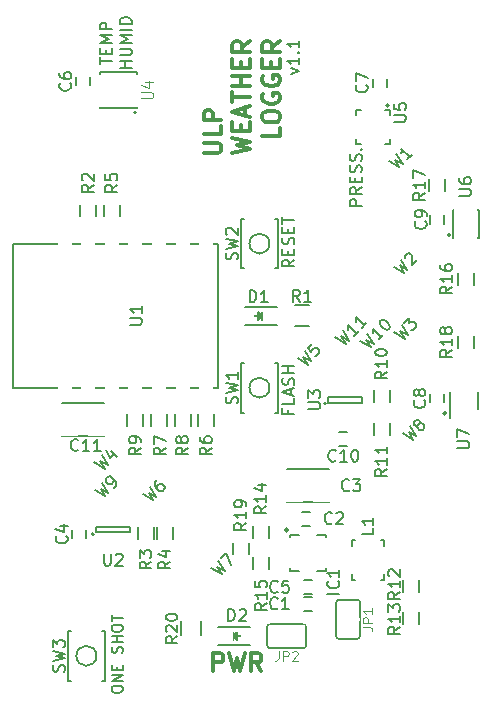
<source format=gto>
G04 #@! TF.FileFunction,Legend,Top*
%FSLAX46Y46*%
G04 Gerber Fmt 4.6, Leading zero omitted, Abs format (unit mm)*
G04 Created by KiCad (PCBNEW 4.0.5) date 2017 April 23, Sunday 17:14:46*
%MOMM*%
%LPD*%
G01*
G04 APERTURE LIST*
%ADD10C,0.100000*%
%ADD11C,0.300000*%
%ADD12C,0.150000*%
%ADD13C,0.200000*%
%ADD14C,0.127000*%
%ADD15C,0.203200*%
%ADD16C,0.152400*%
%ADD17C,0.120000*%
%ADD18C,0.400000*%
%ADD19O,0.610000X1.060000*%
%ADD20O,1.060000X0.610000*%
%ADD21R,1.110000X0.540000*%
%ADD22R,1.082960X1.460000*%
%ADD23R,0.540000X0.960000*%
%ADD24C,0.844200*%
%ADD25R,1.000000X0.800000*%
%ADD26R,1.900000X1.600000*%
%ADD27C,0.800000*%
%ADD28R,1.160000X0.760000*%
%ADD29R,2.210720X2.759360*%
%ADD30R,1.987200X2.292000*%
%ADD31O,1.987200X2.292000*%
%ADD32R,0.960000X1.560000*%
%ADD33R,0.910000X1.320000*%
%ADD34R,1.458880X1.458880*%
%ADD35R,1.560000X0.960000*%
%ADD36C,1.760000*%
%ADD37R,0.660000X1.660000*%
%ADD38R,0.660000X1.560000*%
%ADD39R,1.860200X1.428400*%
%ADD40C,2.760000*%
%ADD41C,1.860000*%
%ADD42C,3.000000*%
%ADD43R,1.260000X1.260000*%
%ADD44R,1.528400X1.960200*%
%ADD45R,2.260000X1.260000*%
%ADD46R,2.150000X1.400000*%
%ADD47R,1.060000X1.010000*%
%ADD48R,1.010000X1.060000*%
G04 APERTURE END LIST*
D10*
D11*
X13078570Y46771428D02*
X14292856Y46771428D01*
X14435713Y46842856D01*
X14507142Y46914285D01*
X14578570Y47057142D01*
X14578570Y47342856D01*
X14507142Y47485714D01*
X14435713Y47557142D01*
X14292856Y47628571D01*
X13078570Y47628571D01*
X14578570Y49057143D02*
X14578570Y48342857D01*
X13078570Y48342857D01*
X14578570Y49557143D02*
X13078570Y49557143D01*
X13078570Y50128571D01*
X13149999Y50271429D01*
X13221428Y50342857D01*
X13364285Y50414286D01*
X13578570Y50414286D01*
X13721428Y50342857D01*
X13792856Y50271429D01*
X13864285Y50128571D01*
X13864285Y49557143D01*
D12*
X20485714Y53471430D02*
X21152381Y53709525D01*
X20485714Y53947621D01*
X21152381Y54852383D02*
X21152381Y54280954D01*
X21152381Y54566668D02*
X20152381Y54566668D01*
X20295238Y54471430D01*
X20390476Y54376192D01*
X20438095Y54280954D01*
X21057143Y55280954D02*
X21104762Y55328573D01*
X21152381Y55280954D01*
X21104762Y55233335D01*
X21057143Y55280954D01*
X21152381Y55280954D01*
X21152381Y56280954D02*
X21152381Y55709525D01*
X21152381Y55995239D02*
X20152381Y55995239D01*
X20295238Y55900001D01*
X20390476Y55804763D01*
X20438095Y55709525D01*
D11*
X15503572Y46785715D02*
X17003572Y47142858D01*
X15932144Y47428572D01*
X17003572Y47714286D01*
X15503572Y48071429D01*
X16217858Y48642858D02*
X16217858Y49142858D01*
X17003572Y49357144D02*
X17003572Y48642858D01*
X15503572Y48642858D01*
X15503572Y49357144D01*
X16575001Y49928572D02*
X16575001Y50642858D01*
X17003572Y49785715D02*
X15503572Y50285715D01*
X17003572Y50785715D01*
X15503572Y51071429D02*
X15503572Y51928572D01*
X17003572Y51500001D02*
X15503572Y51500001D01*
X17003572Y52428572D02*
X15503572Y52428572D01*
X16217858Y52428572D02*
X16217858Y53285715D01*
X17003572Y53285715D02*
X15503572Y53285715D01*
X16217858Y54000001D02*
X16217858Y54500001D01*
X17003572Y54714287D02*
X17003572Y54000001D01*
X15503572Y54000001D01*
X15503572Y54714287D01*
X17003572Y56214287D02*
X16289287Y55714287D01*
X17003572Y55357144D02*
X15503572Y55357144D01*
X15503572Y55928572D01*
X15575001Y56071430D01*
X15646430Y56142858D01*
X15789287Y56214287D01*
X16003572Y56214287D01*
X16146430Y56142858D01*
X16217858Y56071430D01*
X16289287Y55928572D01*
X16289287Y55357144D01*
X19553572Y48928572D02*
X19553572Y48214286D01*
X18053572Y48214286D01*
X18053572Y49714286D02*
X18053572Y50000000D01*
X18125001Y50142858D01*
X18267858Y50285715D01*
X18553572Y50357143D01*
X19053572Y50357143D01*
X19339287Y50285715D01*
X19482144Y50142858D01*
X19553572Y50000000D01*
X19553572Y49714286D01*
X19482144Y49571429D01*
X19339287Y49428572D01*
X19053572Y49357143D01*
X18553572Y49357143D01*
X18267858Y49428572D01*
X18125001Y49571429D01*
X18053572Y49714286D01*
X18125001Y51785715D02*
X18053572Y51642858D01*
X18053572Y51428572D01*
X18125001Y51214287D01*
X18267858Y51071429D01*
X18410715Y51000001D01*
X18696430Y50928572D01*
X18910715Y50928572D01*
X19196430Y51000001D01*
X19339287Y51071429D01*
X19482144Y51214287D01*
X19553572Y51428572D01*
X19553572Y51571429D01*
X19482144Y51785715D01*
X19410715Y51857144D01*
X18910715Y51857144D01*
X18910715Y51571429D01*
X18125001Y53285715D02*
X18053572Y53142858D01*
X18053572Y52928572D01*
X18125001Y52714287D01*
X18267858Y52571429D01*
X18410715Y52500001D01*
X18696430Y52428572D01*
X18910715Y52428572D01*
X19196430Y52500001D01*
X19339287Y52571429D01*
X19482144Y52714287D01*
X19553572Y52928572D01*
X19553572Y53071429D01*
X19482144Y53285715D01*
X19410715Y53357144D01*
X18910715Y53357144D01*
X18910715Y53071429D01*
X18767858Y54000001D02*
X18767858Y54500001D01*
X19553572Y54714287D02*
X19553572Y54000001D01*
X18053572Y54000001D01*
X18053572Y54714287D01*
X19553572Y56214287D02*
X18839287Y55714287D01*
X19553572Y55357144D02*
X18053572Y55357144D01*
X18053572Y55928572D01*
X18125001Y56071430D01*
X18196430Y56142858D01*
X18339287Y56214287D01*
X18553572Y56214287D01*
X18696430Y56142858D01*
X18767858Y56071430D01*
X18839287Y55928572D01*
X18839287Y55357144D01*
X13900000Y2921429D02*
X13900000Y4421429D01*
X14471428Y4421429D01*
X14614286Y4350000D01*
X14685714Y4278571D01*
X14757143Y4135714D01*
X14757143Y3921429D01*
X14685714Y3778571D01*
X14614286Y3707143D01*
X14471428Y3635714D01*
X13900000Y3635714D01*
X15257143Y4421429D02*
X15614286Y2921429D01*
X15900000Y3992857D01*
X16185714Y2921429D01*
X16542857Y4421429D01*
X17971429Y2921429D02*
X17471429Y3635714D01*
X17114286Y2921429D02*
X17114286Y4421429D01*
X17685714Y4421429D01*
X17828572Y4350000D01*
X17900000Y4278571D01*
X17971429Y4135714D01*
X17971429Y3921429D01*
X17900000Y3778571D01*
X17828572Y3707143D01*
X17685714Y3635714D01*
X17114286Y3635714D01*
D12*
X20752381Y37747619D02*
X20276190Y37414285D01*
X20752381Y37176190D02*
X19752381Y37176190D01*
X19752381Y37557143D01*
X19800000Y37652381D01*
X19847619Y37700000D01*
X19942857Y37747619D01*
X20085714Y37747619D01*
X20180952Y37700000D01*
X20228571Y37652381D01*
X20276190Y37557143D01*
X20276190Y37176190D01*
X20228571Y38176190D02*
X20228571Y38509524D01*
X20752381Y38652381D02*
X20752381Y38176190D01*
X19752381Y38176190D01*
X19752381Y38652381D01*
X20704762Y39033333D02*
X20752381Y39176190D01*
X20752381Y39414286D01*
X20704762Y39509524D01*
X20657143Y39557143D01*
X20561905Y39604762D01*
X20466667Y39604762D01*
X20371429Y39557143D01*
X20323810Y39509524D01*
X20276190Y39414286D01*
X20228571Y39223809D01*
X20180952Y39128571D01*
X20133333Y39080952D01*
X20038095Y39033333D01*
X19942857Y39033333D01*
X19847619Y39080952D01*
X19800000Y39128571D01*
X19752381Y39223809D01*
X19752381Y39461905D01*
X19800000Y39604762D01*
X20228571Y40033333D02*
X20228571Y40366667D01*
X20752381Y40509524D02*
X20752381Y40033333D01*
X19752381Y40033333D01*
X19752381Y40509524D01*
X19752381Y40795238D02*
X19752381Y41366667D01*
X20752381Y41080952D02*
X19752381Y41080952D01*
X20228571Y25009524D02*
X20228571Y24676190D01*
X20752381Y24676190D02*
X19752381Y24676190D01*
X19752381Y25152381D01*
X20752381Y26009524D02*
X20752381Y25533333D01*
X19752381Y25533333D01*
X20466667Y26295238D02*
X20466667Y26771429D01*
X20752381Y26200000D02*
X19752381Y26533333D01*
X20752381Y26866667D01*
X20704762Y27152381D02*
X20752381Y27295238D01*
X20752381Y27533334D01*
X20704762Y27628572D01*
X20657143Y27676191D01*
X20561905Y27723810D01*
X20466667Y27723810D01*
X20371429Y27676191D01*
X20323810Y27628572D01*
X20276190Y27533334D01*
X20228571Y27342857D01*
X20180952Y27247619D01*
X20133333Y27200000D01*
X20038095Y27152381D01*
X19942857Y27152381D01*
X19847619Y27200000D01*
X19800000Y27247619D01*
X19752381Y27342857D01*
X19752381Y27580953D01*
X19800000Y27723810D01*
X20752381Y28152381D02*
X19752381Y28152381D01*
X20228571Y28152381D02*
X20228571Y28723810D01*
X20752381Y28723810D02*
X19752381Y28723810D01*
D13*
X5307143Y1278572D02*
X5307143Y1450001D01*
X5350000Y1535715D01*
X5435714Y1621429D01*
X5607143Y1664287D01*
X5907143Y1664287D01*
X6078571Y1621429D01*
X6164286Y1535715D01*
X6207143Y1450001D01*
X6207143Y1278572D01*
X6164286Y1192858D01*
X6078571Y1107144D01*
X5907143Y1064287D01*
X5607143Y1064287D01*
X5435714Y1107144D01*
X5350000Y1192858D01*
X5307143Y1278572D01*
X6207143Y2050001D02*
X5307143Y2050001D01*
X6207143Y2564286D01*
X5307143Y2564286D01*
X5735714Y2992858D02*
X5735714Y3292858D01*
X6207143Y3421429D02*
X6207143Y2992858D01*
X5307143Y2992858D01*
X5307143Y3421429D01*
X6164286Y4450001D02*
X6207143Y4578572D01*
X6207143Y4792858D01*
X6164286Y4878572D01*
X6121429Y4921429D01*
X6035714Y4964286D01*
X5950000Y4964286D01*
X5864286Y4921429D01*
X5821429Y4878572D01*
X5778571Y4792858D01*
X5735714Y4621429D01*
X5692857Y4535715D01*
X5650000Y4492858D01*
X5564286Y4450001D01*
X5478571Y4450001D01*
X5392857Y4492858D01*
X5350000Y4535715D01*
X5307143Y4621429D01*
X5307143Y4835715D01*
X5350000Y4964286D01*
X6207143Y5350001D02*
X5307143Y5350001D01*
X5735714Y5350001D02*
X5735714Y5864286D01*
X6207143Y5864286D02*
X5307143Y5864286D01*
X5307143Y6464286D02*
X5307143Y6635715D01*
X5350000Y6721429D01*
X5435714Y6807143D01*
X5607143Y6850001D01*
X5907143Y6850001D01*
X6078571Y6807143D01*
X6164286Y6721429D01*
X6207143Y6635715D01*
X6207143Y6464286D01*
X6164286Y6378572D01*
X6078571Y6292858D01*
X5907143Y6250001D01*
X5607143Y6250001D01*
X5435714Y6292858D01*
X5350000Y6378572D01*
X5307143Y6464286D01*
X5307143Y7107143D02*
X5307143Y7621429D01*
X6207143Y7364286D02*
X5307143Y7364286D01*
D12*
X26452381Y42295238D02*
X25452381Y42295238D01*
X25452381Y42676191D01*
X25500000Y42771429D01*
X25547619Y42819048D01*
X25642857Y42866667D01*
X25785714Y42866667D01*
X25880952Y42819048D01*
X25928571Y42771429D01*
X25976190Y42676191D01*
X25976190Y42295238D01*
X26452381Y43866667D02*
X25976190Y43533333D01*
X26452381Y43295238D02*
X25452381Y43295238D01*
X25452381Y43676191D01*
X25500000Y43771429D01*
X25547619Y43819048D01*
X25642857Y43866667D01*
X25785714Y43866667D01*
X25880952Y43819048D01*
X25928571Y43771429D01*
X25976190Y43676191D01*
X25976190Y43295238D01*
X25928571Y44295238D02*
X25928571Y44628572D01*
X26452381Y44771429D02*
X26452381Y44295238D01*
X25452381Y44295238D01*
X25452381Y44771429D01*
X26404762Y45152381D02*
X26452381Y45295238D01*
X26452381Y45533334D01*
X26404762Y45628572D01*
X26357143Y45676191D01*
X26261905Y45723810D01*
X26166667Y45723810D01*
X26071429Y45676191D01*
X26023810Y45628572D01*
X25976190Y45533334D01*
X25928571Y45342857D01*
X25880952Y45247619D01*
X25833333Y45200000D01*
X25738095Y45152381D01*
X25642857Y45152381D01*
X25547619Y45200000D01*
X25500000Y45247619D01*
X25452381Y45342857D01*
X25452381Y45580953D01*
X25500000Y45723810D01*
X26404762Y46104762D02*
X26452381Y46247619D01*
X26452381Y46485715D01*
X26404762Y46580953D01*
X26357143Y46628572D01*
X26261905Y46676191D01*
X26166667Y46676191D01*
X26071429Y46628572D01*
X26023810Y46580953D01*
X25976190Y46485715D01*
X25928571Y46295238D01*
X25880952Y46200000D01*
X25833333Y46152381D01*
X25738095Y46104762D01*
X25642857Y46104762D01*
X25547619Y46152381D01*
X25500000Y46200000D01*
X25452381Y46295238D01*
X25452381Y46533334D01*
X25500000Y46676191D01*
X26357143Y47104762D02*
X26404762Y47152381D01*
X26452381Y47104762D01*
X26404762Y47057143D01*
X26357143Y47104762D01*
X26452381Y47104762D01*
X4327381Y54290476D02*
X4327381Y54861905D01*
X5327381Y54576190D02*
X4327381Y54576190D01*
X4803571Y55195238D02*
X4803571Y55528572D01*
X5327381Y55671429D02*
X5327381Y55195238D01*
X4327381Y55195238D01*
X4327381Y55671429D01*
X5327381Y56100000D02*
X4327381Y56100000D01*
X5041667Y56433334D01*
X4327381Y56766667D01*
X5327381Y56766667D01*
X5327381Y57242857D02*
X4327381Y57242857D01*
X4327381Y57623810D01*
X4375000Y57719048D01*
X4422619Y57766667D01*
X4517857Y57814286D01*
X4660714Y57814286D01*
X4755952Y57766667D01*
X4803571Y57719048D01*
X4851190Y57623810D01*
X4851190Y57242857D01*
X6977381Y53980953D02*
X5977381Y53980953D01*
X6453571Y53980953D02*
X6453571Y54552382D01*
X6977381Y54552382D02*
X5977381Y54552382D01*
X5977381Y55028572D02*
X6786905Y55028572D01*
X6882143Y55076191D01*
X6929762Y55123810D01*
X6977381Y55219048D01*
X6977381Y55409525D01*
X6929762Y55504763D01*
X6882143Y55552382D01*
X6786905Y55600001D01*
X5977381Y55600001D01*
X6977381Y56076191D02*
X5977381Y56076191D01*
X6691667Y56409525D01*
X5977381Y56742858D01*
X6977381Y56742858D01*
X6977381Y57219048D02*
X5977381Y57219048D01*
X6977381Y57695238D02*
X5977381Y57695238D01*
X5977381Y57933333D01*
X6025000Y58076191D01*
X6120238Y58171429D01*
X6215476Y58219048D01*
X6405952Y58266667D01*
X6548810Y58266667D01*
X6739286Y58219048D01*
X6834524Y58171429D01*
X6929762Y58076191D01*
X6977381Y57933333D01*
X6977381Y57695238D01*
D13*
X28750000Y50800000D02*
G75*
G03X28750000Y50800000I-100000J0D01*
G01*
D14*
X25950000Y50000000D02*
X25950000Y50450000D01*
X25950000Y50450000D02*
X26400000Y50450000D01*
X26400000Y47550000D02*
X25950000Y47550000D01*
X25950000Y47550000D02*
X25950000Y48000000D01*
X28850000Y48000000D02*
X28850000Y47550000D01*
X28850000Y47550000D02*
X28400000Y47550000D01*
X28850000Y50000000D02*
X28850000Y50450000D01*
X28850000Y50450000D02*
X28400000Y50450000D01*
D15*
X20400000Y14150000D02*
X20400000Y14400000D01*
X21150000Y14400000D02*
X20400000Y14400000D01*
X20250000Y14850000D02*
G75*
G03X20250000Y14850000I-150000J0D01*
G01*
X23400000Y14150000D02*
X23400000Y14400000D01*
X23400000Y14400000D02*
X22650000Y14400000D01*
X22650000Y11400000D02*
X23400000Y11400000D01*
X23400000Y11400000D02*
X23400000Y11650000D01*
X20400000Y11650000D02*
X20400000Y11400000D01*
X20400000Y11400000D02*
X21150000Y11400000D01*
D13*
X7350000Y50199998D02*
G75*
G03X7350000Y50199998I-100000J0D01*
G01*
D16*
X4300000Y50549998D02*
X7400000Y50549998D01*
X4300000Y53649998D02*
X7400000Y53649998D01*
D12*
X7400000Y53499998D02*
X7400000Y53649998D01*
X4300000Y53499998D02*
X4300000Y53649998D01*
X4300000Y50549998D02*
X4300000Y50699998D01*
X7400000Y50549998D02*
X7400000Y50699998D01*
X29960295Y9636745D02*
X29960295Y10636745D01*
X31310295Y10636745D02*
X31310295Y9636745D01*
X20717094Y17203000D02*
X20717094Y19997000D01*
X20145594Y17203000D02*
X23701594Y17203000D01*
X23701594Y17203000D02*
X23701594Y19997000D01*
X23701594Y19997000D02*
X20145594Y19997000D01*
X20145594Y19997000D02*
X20145594Y17203000D01*
X22000000Y32125000D02*
X20800000Y32125000D01*
X20800000Y33875000D02*
X22000000Y33875000D01*
X8866594Y15109178D02*
X8866594Y14109178D01*
X7516594Y14109178D02*
X7516594Y15109178D01*
X10471593Y15105847D02*
X10471593Y14105847D01*
X9121593Y14105847D02*
X9121593Y15105847D01*
X4625000Y41400001D02*
X4625000Y42400001D01*
X5975000Y42400001D02*
X5975000Y41400001D01*
X13975000Y24699999D02*
X13975000Y23699999D01*
X12625000Y23699999D02*
X12625000Y24699999D01*
X8624999Y23700001D02*
X8624999Y24700001D01*
X9974999Y24700001D02*
X9974999Y23700001D01*
X11974999Y24700001D02*
X11974999Y23700001D01*
X10624999Y23700001D02*
X10624999Y24700001D01*
X6624999Y23700000D02*
X6624999Y24700000D01*
X7974999Y24700000D02*
X7974999Y23700000D01*
X27475001Y25665543D02*
X27475001Y26665543D01*
X28825001Y26665543D02*
X28825001Y25665543D01*
X27475000Y22908763D02*
X27475000Y23908763D01*
X28825000Y23908763D02*
X28825000Y22908763D01*
X29960294Y6936747D02*
X29960294Y7936747D01*
X31310294Y7936747D02*
X31310294Y6936747D01*
X17248594Y14192821D02*
X17248594Y15192821D01*
X18598594Y15192821D02*
X18598594Y14192821D01*
X17248594Y11592822D02*
X17248594Y12592822D01*
X18598594Y12592822D02*
X18598594Y11592822D01*
X35925000Y36600000D02*
X35925000Y35600000D01*
X34575000Y35600000D02*
X34575000Y36600000D01*
X33525000Y44550000D02*
X33525000Y43550000D01*
X32175000Y43550000D02*
X32175000Y44550000D01*
X34574999Y30250001D02*
X34574999Y31250001D01*
X35924999Y31250001D02*
X35924999Y30250001D01*
X3800000Y14500000D02*
G75*
G03X3800000Y14500000I-100000J0D01*
G01*
X3950000Y15150000D02*
X3950000Y14650000D01*
X6850000Y15150000D02*
X3950000Y15150000D01*
X6850000Y14650000D02*
X6850000Y15150000D01*
X3950000Y14650000D02*
X6850000Y14650000D01*
X23450001Y25565543D02*
G75*
G03X23450001Y25565543I-100000J0D01*
G01*
X23600001Y26115543D02*
X23600001Y25615543D01*
X26500001Y26115543D02*
X23600001Y26115543D01*
X26500001Y25615543D02*
X26500001Y26115543D01*
X23600001Y25615543D02*
X26500001Y25615543D01*
X1693499Y22803001D02*
X1693499Y25597001D01*
X1121999Y22803001D02*
X4677999Y22803001D01*
X4677999Y22803001D02*
X4677999Y25597001D01*
X4677999Y25597001D02*
X1121999Y25597001D01*
X1121999Y25597001D02*
X1121999Y22803001D01*
X15548594Y12792821D02*
X15548594Y13792821D01*
X16898594Y13792821D02*
X16898594Y12792821D01*
X14300000Y5100000D02*
X17000000Y5100000D01*
X14300000Y6600000D02*
X17000000Y6600000D01*
X15800000Y5700000D02*
X15800000Y5950000D01*
X15800000Y5950000D02*
X15650000Y5800000D01*
X15550000Y6200000D02*
X15550000Y5500000D01*
X15900000Y5850000D02*
X16250000Y5850000D01*
X15550000Y5850000D02*
X15900000Y6200000D01*
X15900000Y6200000D02*
X15900000Y5500000D01*
X15900000Y5500000D02*
X15550000Y5850000D01*
X12875001Y7149999D02*
X12875001Y5949999D01*
X11125001Y5949999D02*
X11125001Y7149999D01*
X33961803Y39850000D02*
G75*
G03X33961803Y39850000I-111803J0D01*
G01*
X34150000Y39550000D02*
X34150000Y41950000D01*
X34150000Y41950000D02*
X36350000Y41950000D01*
X36350000Y41950000D02*
X36350000Y39550000D01*
X36350000Y39550000D02*
X34150000Y39550000D01*
X33641421Y24723333D02*
G75*
G03X33641421Y24723333I-141421J0D01*
G01*
X36300000Y25098333D02*
X36300000Y26548333D01*
X33900000Y24373333D02*
X33900000Y26548333D01*
X2625000Y41399999D02*
X2625000Y42399999D01*
X3975000Y42399999D02*
X3975000Y41399999D01*
D16*
X24284000Y5903000D02*
X24284000Y8697000D01*
X26062000Y5649000D02*
G75*
G03X26316000Y5903000I0J254000D01*
G01*
X26316000Y8697000D02*
G75*
G03X26062000Y8951000I-254000J0D01*
G01*
X24284000Y8697000D02*
G75*
G02X24538000Y8951000I254000J0D01*
G01*
X24538000Y5649000D02*
G75*
G02X24284000Y5903000I0J254000D01*
G01*
X24538000Y5649000D02*
X26062000Y5649000D01*
X24538000Y8951000D02*
X26062000Y8951000D01*
X26316000Y8697000D02*
X26316000Y5903000D01*
D12*
X14300000Y26900000D02*
X-3100000Y26900000D01*
X-3100000Y26900000D02*
X-3100000Y39100000D01*
X-3100000Y39100000D02*
X14300000Y39100000D01*
X14300000Y39100000D02*
X14300000Y26900000D01*
D16*
X21497000Y4834000D02*
X18703000Y4834000D01*
X21751000Y6612000D02*
G75*
G03X21497000Y6866000I-254000J0D01*
G01*
X18703000Y6866000D02*
G75*
G03X18449000Y6612000I0J-254000D01*
G01*
X18703000Y4834000D02*
G75*
G02X18449000Y5088000I0J254000D01*
G01*
X21751000Y5088000D02*
G75*
G02X21497000Y4834000I-254000J0D01*
G01*
X21751000Y5088000D02*
X21751000Y6612000D01*
X18449000Y5088000D02*
X18449000Y6612000D01*
X18703000Y6866000D02*
X21497000Y6866000D01*
D12*
X19300000Y33750000D02*
X16600000Y33750000D01*
X19300000Y32250000D02*
X16600000Y32250000D01*
X17800000Y33150000D02*
X17800000Y32900000D01*
X17800000Y32900000D02*
X17950000Y33050000D01*
X18050000Y32650000D02*
X18050000Y33350000D01*
X17700000Y33000000D02*
X17350000Y33000000D01*
X18050000Y33000000D02*
X17700000Y32650000D01*
X17700000Y32650000D02*
X17700000Y33350000D01*
X17700000Y33350000D02*
X18050000Y33000000D01*
X19400000Y29000000D02*
X19100000Y29000000D01*
X19400000Y24800000D02*
X19100000Y24800000D01*
X16200000Y29000000D02*
X16500000Y29000000D01*
X16200000Y24800000D02*
X16500000Y24800000D01*
X19400000Y24800000D02*
X19400000Y29000000D01*
X16200000Y24800000D02*
X16200000Y29000000D01*
X18650000Y26900000D02*
G75*
G03X18650000Y26900000I-850000J0D01*
G01*
X19400000Y41200000D02*
X19100000Y41200000D01*
X19400000Y37000000D02*
X19100000Y37000000D01*
X16200000Y41200000D02*
X16500000Y41200000D01*
X16200000Y37000000D02*
X16500000Y37000000D01*
X19400000Y37000000D02*
X19400000Y41200000D01*
X16200000Y37000000D02*
X16200000Y41200000D01*
X18650000Y39100000D02*
G75*
G03X18650000Y39100000I-850000J0D01*
G01*
X1550000Y2100000D02*
X1850000Y2100000D01*
X1550000Y6300000D02*
X1850000Y6300000D01*
X4750000Y2100000D02*
X4450000Y2100000D01*
X4750000Y6300000D02*
X4450000Y6300000D01*
X1550000Y6300000D02*
X1550000Y2100000D01*
X4750000Y6300000D02*
X4750000Y2100000D01*
X4000000Y4200000D02*
G75*
G03X4000000Y4200000I-850000J0D01*
G01*
D14*
X28350000Y13475000D02*
X28350000Y13975000D01*
X28350000Y13975000D02*
X28100000Y13975000D01*
X28350000Y10625000D02*
X28350000Y11125000D01*
X28350000Y10625000D02*
X28100000Y10625000D01*
X25650000Y13475000D02*
X25650000Y13975000D01*
X25650000Y13975000D02*
X25900000Y13975000D01*
X25650000Y10625000D02*
X25650000Y11125000D01*
X25650000Y10625000D02*
X25900000Y10625000D01*
D12*
X21400000Y16400000D02*
X22100000Y16400000D01*
X22100000Y15200000D02*
X21400000Y15200000D01*
X24550001Y23158761D02*
X25250001Y23158761D01*
X25250001Y21958761D02*
X24550001Y21958761D01*
X33450002Y41500000D02*
X33450002Y40800000D01*
X32250002Y40800000D02*
X32250002Y41500000D01*
X32200000Y25650000D02*
X32200000Y26350000D01*
X33400000Y26350000D02*
X33400000Y25650000D01*
X27400000Y52350000D02*
X27400000Y53050000D01*
X28600000Y53050000D02*
X28600000Y52350000D01*
X2250000Y52500000D02*
X2250000Y53200000D01*
X3450000Y53200000D02*
X3450000Y52500000D01*
X22258888Y9459562D02*
X21558888Y9459562D01*
X21558888Y10659562D02*
X22258888Y10659562D01*
X1900000Y14150000D02*
X1900000Y14850000D01*
X3100000Y14850000D02*
X3100000Y14150000D01*
X22258888Y7959567D02*
X21558888Y7959567D01*
X21558888Y9159567D02*
X22258888Y9159567D01*
X29202381Y49438095D02*
X30011905Y49438095D01*
X30107143Y49485714D01*
X30154762Y49533333D01*
X30202381Y49628571D01*
X30202381Y49819048D01*
X30154762Y49914286D01*
X30107143Y49961905D01*
X30011905Y50009524D01*
X29202381Y50009524D01*
X29202381Y50961905D02*
X29202381Y50485714D01*
X29678571Y50438095D01*
X29630952Y50485714D01*
X29583333Y50580952D01*
X29583333Y50819048D01*
X29630952Y50914286D01*
X29678571Y50961905D01*
X29773810Y51009524D01*
X30011905Y51009524D01*
X30107143Y50961905D01*
X30154762Y50914286D01*
X30202381Y50819048D01*
X30202381Y50580952D01*
X30154762Y50485714D01*
X30107143Y50438095D01*
X24552381Y9473810D02*
X23552381Y9473810D01*
X24457143Y10521429D02*
X24504762Y10473810D01*
X24552381Y10330953D01*
X24552381Y10235715D01*
X24504762Y10092857D01*
X24409524Y9997619D01*
X24314286Y9950000D01*
X24123810Y9902381D01*
X23980952Y9902381D01*
X23790476Y9950000D01*
X23695238Y9997619D01*
X23600000Y10092857D01*
X23552381Y10235715D01*
X23552381Y10330953D01*
X23600000Y10473810D01*
X23647619Y10521429D01*
X24552381Y11473810D02*
X24552381Y10902381D01*
X24552381Y11188095D02*
X23552381Y11188095D01*
X23695238Y11092857D01*
X23790476Y10997619D01*
X23838095Y10902381D01*
D10*
X7802381Y51414284D02*
X8611905Y51414284D01*
X8707143Y51457141D01*
X8754762Y51499998D01*
X8802381Y51585712D01*
X8802381Y51757141D01*
X8754762Y51842855D01*
X8707143Y51885712D01*
X8611905Y51928569D01*
X7802381Y51928569D01*
X8135714Y52742855D02*
X8802381Y52742855D01*
X7754762Y52528569D02*
X8469048Y52314284D01*
X8469048Y52871426D01*
D12*
X29702381Y9607143D02*
X29226190Y9273809D01*
X29702381Y9035714D02*
X28702381Y9035714D01*
X28702381Y9416667D01*
X28750000Y9511905D01*
X28797619Y9559524D01*
X28892857Y9607143D01*
X29035714Y9607143D01*
X29130952Y9559524D01*
X29178571Y9511905D01*
X29226190Y9416667D01*
X29226190Y9035714D01*
X29702381Y10559524D02*
X29702381Y9988095D01*
X29702381Y10273809D02*
X28702381Y10273809D01*
X28845238Y10178571D01*
X28940476Y10083333D01*
X28988095Y9988095D01*
X28797619Y10940476D02*
X28750000Y10988095D01*
X28702381Y11083333D01*
X28702381Y11321429D01*
X28750000Y11416667D01*
X28797619Y11464286D01*
X28892857Y11511905D01*
X28988095Y11511905D01*
X29130952Y11464286D01*
X29702381Y10892857D01*
X29702381Y11511905D01*
X25392223Y18242857D02*
X25344604Y18195238D01*
X25201747Y18147619D01*
X25106509Y18147619D01*
X24963651Y18195238D01*
X24868413Y18290476D01*
X24820794Y18385714D01*
X24773175Y18576190D01*
X24773175Y18719048D01*
X24820794Y18909524D01*
X24868413Y19004762D01*
X24963651Y19100000D01*
X25106509Y19147619D01*
X25201747Y19147619D01*
X25344604Y19100000D01*
X25392223Y19052381D01*
X25725556Y19147619D02*
X26344604Y19147619D01*
X26011270Y18766667D01*
X26154128Y18766667D01*
X26249366Y18719048D01*
X26296985Y18671429D01*
X26344604Y18576190D01*
X26344604Y18338095D01*
X26296985Y18242857D01*
X26249366Y18195238D01*
X26154128Y18147619D01*
X25868413Y18147619D01*
X25773175Y18195238D01*
X25725556Y18242857D01*
X21233334Y34197619D02*
X20900000Y34673810D01*
X20661905Y34197619D02*
X20661905Y35197619D01*
X21042858Y35197619D01*
X21138096Y35150000D01*
X21185715Y35102381D01*
X21233334Y35007143D01*
X21233334Y34864286D01*
X21185715Y34769048D01*
X21138096Y34721429D01*
X21042858Y34673810D01*
X20661905Y34673810D01*
X22185715Y34197619D02*
X21614286Y34197619D01*
X21900000Y34197619D02*
X21900000Y35197619D01*
X21804762Y35054762D01*
X21709524Y34959524D01*
X21614286Y34911905D01*
X8652381Y12183332D02*
X8176190Y11849998D01*
X8652381Y11611903D02*
X7652381Y11611903D01*
X7652381Y11992856D01*
X7700000Y12088094D01*
X7747619Y12135713D01*
X7842857Y12183332D01*
X7985714Y12183332D01*
X8080952Y12135713D01*
X8128571Y12088094D01*
X8176190Y11992856D01*
X8176190Y11611903D01*
X7652381Y12516665D02*
X7652381Y13135713D01*
X8033333Y12802379D01*
X8033333Y12945237D01*
X8080952Y13040475D01*
X8128571Y13088094D01*
X8223810Y13135713D01*
X8461905Y13135713D01*
X8557143Y13088094D01*
X8604762Y13040475D01*
X8652381Y12945237D01*
X8652381Y12659522D01*
X8604762Y12564284D01*
X8557143Y12516665D01*
X10252380Y12183333D02*
X9776189Y11849999D01*
X10252380Y11611904D02*
X9252380Y11611904D01*
X9252380Y11992857D01*
X9299999Y12088095D01*
X9347618Y12135714D01*
X9442856Y12183333D01*
X9585713Y12183333D01*
X9680951Y12135714D01*
X9728570Y12088095D01*
X9776189Y11992857D01*
X9776189Y11611904D01*
X9585713Y13040476D02*
X10252380Y13040476D01*
X9204761Y12802380D02*
X9919047Y12564285D01*
X9919047Y13183333D01*
X5752381Y44083334D02*
X5276190Y43750000D01*
X5752381Y43511905D02*
X4752381Y43511905D01*
X4752381Y43892858D01*
X4800000Y43988096D01*
X4847619Y44035715D01*
X4942857Y44083334D01*
X5085714Y44083334D01*
X5180952Y44035715D01*
X5228571Y43988096D01*
X5276190Y43892858D01*
X5276190Y43511905D01*
X4752381Y44988096D02*
X4752381Y44511905D01*
X5228571Y44464286D01*
X5180952Y44511905D01*
X5133333Y44607143D01*
X5133333Y44845239D01*
X5180952Y44940477D01*
X5228571Y44988096D01*
X5323810Y45035715D01*
X5561905Y45035715D01*
X5657143Y44988096D01*
X5704762Y44940477D01*
X5752381Y44845239D01*
X5752381Y44607143D01*
X5704762Y44511905D01*
X5657143Y44464286D01*
X13752381Y21833333D02*
X13276190Y21499999D01*
X13752381Y21261904D02*
X12752381Y21261904D01*
X12752381Y21642857D01*
X12800000Y21738095D01*
X12847619Y21785714D01*
X12942857Y21833333D01*
X13085714Y21833333D01*
X13180952Y21785714D01*
X13228571Y21738095D01*
X13276190Y21642857D01*
X13276190Y21261904D01*
X12752381Y22690476D02*
X12752381Y22499999D01*
X12800000Y22404761D01*
X12847619Y22357142D01*
X12990476Y22261904D01*
X13180952Y22214285D01*
X13561905Y22214285D01*
X13657143Y22261904D01*
X13704762Y22309523D01*
X13752381Y22404761D01*
X13752381Y22595238D01*
X13704762Y22690476D01*
X13657143Y22738095D01*
X13561905Y22785714D01*
X13323810Y22785714D01*
X13228571Y22738095D01*
X13180952Y22690476D01*
X13133333Y22595238D01*
X13133333Y22404761D01*
X13180952Y22309523D01*
X13228571Y22261904D01*
X13323810Y22214285D01*
X9852380Y21833335D02*
X9376189Y21500001D01*
X9852380Y21261906D02*
X8852380Y21261906D01*
X8852380Y21642859D01*
X8899999Y21738097D01*
X8947618Y21785716D01*
X9042856Y21833335D01*
X9185713Y21833335D01*
X9280951Y21785716D01*
X9328570Y21738097D01*
X9376189Y21642859D01*
X9376189Y21261906D01*
X8852380Y22166668D02*
X8852380Y22833335D01*
X9852380Y22404763D01*
X11752380Y21833335D02*
X11276189Y21500001D01*
X11752380Y21261906D02*
X10752380Y21261906D01*
X10752380Y21642859D01*
X10799999Y21738097D01*
X10847618Y21785716D01*
X10942856Y21833335D01*
X11085713Y21833335D01*
X11180951Y21785716D01*
X11228570Y21738097D01*
X11276189Y21642859D01*
X11276189Y21261906D01*
X11180951Y22404763D02*
X11133332Y22309525D01*
X11085713Y22261906D01*
X10990475Y22214287D01*
X10942856Y22214287D01*
X10847618Y22261906D01*
X10799999Y22309525D01*
X10752380Y22404763D01*
X10752380Y22595240D01*
X10799999Y22690478D01*
X10847618Y22738097D01*
X10942856Y22785716D01*
X10990475Y22785716D01*
X11085713Y22738097D01*
X11133332Y22690478D01*
X11180951Y22595240D01*
X11180951Y22404763D01*
X11228570Y22309525D01*
X11276189Y22261906D01*
X11371428Y22214287D01*
X11561904Y22214287D01*
X11657142Y22261906D01*
X11704761Y22309525D01*
X11752380Y22404763D01*
X11752380Y22595240D01*
X11704761Y22690478D01*
X11657142Y22738097D01*
X11561904Y22785716D01*
X11371428Y22785716D01*
X11276189Y22738097D01*
X11228570Y22690478D01*
X11180951Y22595240D01*
X7752380Y21833334D02*
X7276189Y21500000D01*
X7752380Y21261905D02*
X6752380Y21261905D01*
X6752380Y21642858D01*
X6799999Y21738096D01*
X6847618Y21785715D01*
X6942856Y21833334D01*
X7085713Y21833334D01*
X7180951Y21785715D01*
X7228570Y21738096D01*
X7276189Y21642858D01*
X7276189Y21261905D01*
X7752380Y22309524D02*
X7752380Y22500000D01*
X7704761Y22595239D01*
X7657142Y22642858D01*
X7514285Y22738096D01*
X7323809Y22785715D01*
X6942856Y22785715D01*
X6847618Y22738096D01*
X6799999Y22690477D01*
X6752380Y22595239D01*
X6752380Y22404762D01*
X6799999Y22309524D01*
X6847618Y22261905D01*
X6942856Y22214286D01*
X7180951Y22214286D01*
X7276189Y22261905D01*
X7323809Y22309524D01*
X7371428Y22404762D01*
X7371428Y22595239D01*
X7323809Y22690477D01*
X7276189Y22738096D01*
X7180951Y22785715D01*
X28602381Y28257143D02*
X28126190Y27923809D01*
X28602381Y27685714D02*
X27602381Y27685714D01*
X27602381Y28066667D01*
X27650000Y28161905D01*
X27697619Y28209524D01*
X27792857Y28257143D01*
X27935714Y28257143D01*
X28030952Y28209524D01*
X28078571Y28161905D01*
X28126190Y28066667D01*
X28126190Y27685714D01*
X28602381Y29209524D02*
X28602381Y28638095D01*
X28602381Y28923809D02*
X27602381Y28923809D01*
X27745238Y28828571D01*
X27840476Y28733333D01*
X27888095Y28638095D01*
X27602381Y29828571D02*
X27602381Y29923810D01*
X27650000Y30019048D01*
X27697619Y30066667D01*
X27792857Y30114286D01*
X27983333Y30161905D01*
X28221429Y30161905D01*
X28411905Y30114286D01*
X28507143Y30066667D01*
X28554762Y30019048D01*
X28602381Y29923810D01*
X28602381Y29828571D01*
X28554762Y29733333D01*
X28507143Y29685714D01*
X28411905Y29638095D01*
X28221429Y29590476D01*
X27983333Y29590476D01*
X27792857Y29638095D01*
X27697619Y29685714D01*
X27650000Y29733333D01*
X27602381Y29828571D01*
X28602381Y20007143D02*
X28126190Y19673809D01*
X28602381Y19435714D02*
X27602381Y19435714D01*
X27602381Y19816667D01*
X27650000Y19911905D01*
X27697619Y19959524D01*
X27792857Y20007143D01*
X27935714Y20007143D01*
X28030952Y19959524D01*
X28078571Y19911905D01*
X28126190Y19816667D01*
X28126190Y19435714D01*
X28602381Y20959524D02*
X28602381Y20388095D01*
X28602381Y20673809D02*
X27602381Y20673809D01*
X27745238Y20578571D01*
X27840476Y20483333D01*
X27888095Y20388095D01*
X28602381Y21911905D02*
X28602381Y21340476D01*
X28602381Y21626190D02*
X27602381Y21626190D01*
X27745238Y21530952D01*
X27840476Y21435714D01*
X27888095Y21340476D01*
X29702381Y6657143D02*
X29226190Y6323809D01*
X29702381Y6085714D02*
X28702381Y6085714D01*
X28702381Y6466667D01*
X28750000Y6561905D01*
X28797619Y6609524D01*
X28892857Y6657143D01*
X29035714Y6657143D01*
X29130952Y6609524D01*
X29178571Y6561905D01*
X29226190Y6466667D01*
X29226190Y6085714D01*
X29702381Y7609524D02*
X29702381Y7038095D01*
X29702381Y7323809D02*
X28702381Y7323809D01*
X28845238Y7228571D01*
X28940476Y7133333D01*
X28988095Y7038095D01*
X28702381Y7942857D02*
X28702381Y8561905D01*
X29083333Y8228571D01*
X29083333Y8371429D01*
X29130952Y8466667D01*
X29178571Y8514286D01*
X29273810Y8561905D01*
X29511905Y8561905D01*
X29607143Y8514286D01*
X29654762Y8466667D01*
X29702381Y8371429D01*
X29702381Y8085714D01*
X29654762Y7990476D01*
X29607143Y7942857D01*
X18375975Y16849964D02*
X17899784Y16516630D01*
X18375975Y16278535D02*
X17375975Y16278535D01*
X17375975Y16659488D01*
X17423594Y16754726D01*
X17471213Y16802345D01*
X17566451Y16849964D01*
X17709308Y16849964D01*
X17804546Y16802345D01*
X17852165Y16754726D01*
X17899784Y16659488D01*
X17899784Y16278535D01*
X18375975Y17802345D02*
X18375975Y17230916D01*
X18375975Y17516630D02*
X17375975Y17516630D01*
X17518832Y17421392D01*
X17614070Y17326154D01*
X17661689Y17230916D01*
X17709308Y18659488D02*
X18375975Y18659488D01*
X17328356Y18421392D02*
X18042642Y18183297D01*
X18042642Y18802345D01*
X18411269Y8657143D02*
X17935078Y8323809D01*
X18411269Y8085714D02*
X17411269Y8085714D01*
X17411269Y8466667D01*
X17458888Y8561905D01*
X17506507Y8609524D01*
X17601745Y8657143D01*
X17744602Y8657143D01*
X17839840Y8609524D01*
X17887459Y8561905D01*
X17935078Y8466667D01*
X17935078Y8085714D01*
X18411269Y9609524D02*
X18411269Y9038095D01*
X18411269Y9323809D02*
X17411269Y9323809D01*
X17554126Y9228571D01*
X17649364Y9133333D01*
X17696983Y9038095D01*
X17411269Y10514286D02*
X17411269Y10038095D01*
X17887459Y9990476D01*
X17839840Y10038095D01*
X17792221Y10133333D01*
X17792221Y10371429D01*
X17839840Y10466667D01*
X17887459Y10514286D01*
X17982698Y10561905D01*
X18220793Y10561905D01*
X18316031Y10514286D01*
X18363650Y10466667D01*
X18411269Y10371429D01*
X18411269Y10133333D01*
X18363650Y10038095D01*
X18316031Y9990476D01*
X34102381Y35457143D02*
X33626190Y35123809D01*
X34102381Y34885714D02*
X33102381Y34885714D01*
X33102381Y35266667D01*
X33150000Y35361905D01*
X33197619Y35409524D01*
X33292857Y35457143D01*
X33435714Y35457143D01*
X33530952Y35409524D01*
X33578571Y35361905D01*
X33626190Y35266667D01*
X33626190Y34885714D01*
X34102381Y36409524D02*
X34102381Y35838095D01*
X34102381Y36123809D02*
X33102381Y36123809D01*
X33245238Y36028571D01*
X33340476Y35933333D01*
X33388095Y35838095D01*
X33102381Y37266667D02*
X33102381Y37076190D01*
X33150000Y36980952D01*
X33197619Y36933333D01*
X33340476Y36838095D01*
X33530952Y36790476D01*
X33911905Y36790476D01*
X34007143Y36838095D01*
X34054762Y36885714D01*
X34102381Y36980952D01*
X34102381Y37171429D01*
X34054762Y37266667D01*
X34007143Y37314286D01*
X33911905Y37361905D01*
X33673810Y37361905D01*
X33578571Y37314286D01*
X33530952Y37266667D01*
X33483333Y37171429D01*
X33483333Y36980952D01*
X33530952Y36885714D01*
X33578571Y36838095D01*
X33673810Y36790476D01*
X31802381Y43407143D02*
X31326190Y43073809D01*
X31802381Y42835714D02*
X30802381Y42835714D01*
X30802381Y43216667D01*
X30850000Y43311905D01*
X30897619Y43359524D01*
X30992857Y43407143D01*
X31135714Y43407143D01*
X31230952Y43359524D01*
X31278571Y43311905D01*
X31326190Y43216667D01*
X31326190Y42835714D01*
X31802381Y44359524D02*
X31802381Y43788095D01*
X31802381Y44073809D02*
X30802381Y44073809D01*
X30945238Y43978571D01*
X31040476Y43883333D01*
X31088095Y43788095D01*
X30802381Y44692857D02*
X30802381Y45359524D01*
X31802381Y44930952D01*
X34102381Y30107143D02*
X33626190Y29773809D01*
X34102381Y29535714D02*
X33102381Y29535714D01*
X33102381Y29916667D01*
X33150000Y30011905D01*
X33197619Y30059524D01*
X33292857Y30107143D01*
X33435714Y30107143D01*
X33530952Y30059524D01*
X33578571Y30011905D01*
X33626190Y29916667D01*
X33626190Y29535714D01*
X34102381Y31059524D02*
X34102381Y30488095D01*
X34102381Y30773809D02*
X33102381Y30773809D01*
X33245238Y30678571D01*
X33340476Y30583333D01*
X33388095Y30488095D01*
X33530952Y31630952D02*
X33483333Y31535714D01*
X33435714Y31488095D01*
X33340476Y31440476D01*
X33292857Y31440476D01*
X33197619Y31488095D01*
X33150000Y31535714D01*
X33102381Y31630952D01*
X33102381Y31821429D01*
X33150000Y31916667D01*
X33197619Y31964286D01*
X33292857Y32011905D01*
X33340476Y32011905D01*
X33435714Y31964286D01*
X33483333Y31916667D01*
X33530952Y31821429D01*
X33530952Y31630952D01*
X33578571Y31535714D01*
X33626190Y31488095D01*
X33721429Y31440476D01*
X33911905Y31440476D01*
X34007143Y31488095D01*
X34054762Y31535714D01*
X34102381Y31630952D01*
X34102381Y31821429D01*
X34054762Y31916667D01*
X34007143Y31964286D01*
X33911905Y32011905D01*
X33721429Y32011905D01*
X33626190Y31964286D01*
X33578571Y31916667D01*
X33530952Y31821429D01*
X4638095Y12847619D02*
X4638095Y12038095D01*
X4685714Y11942857D01*
X4733333Y11895238D01*
X4828571Y11847619D01*
X5019048Y11847619D01*
X5114286Y11895238D01*
X5161905Y11942857D01*
X5209524Y12038095D01*
X5209524Y12847619D01*
X5638095Y12752381D02*
X5685714Y12800000D01*
X5780952Y12847619D01*
X6019048Y12847619D01*
X6114286Y12800000D01*
X6161905Y12752381D01*
X6209524Y12657143D01*
X6209524Y12561905D01*
X6161905Y12419048D01*
X5590476Y11847619D01*
X6209524Y11847619D01*
X21952382Y25103638D02*
X22761906Y25103638D01*
X22857144Y25151257D01*
X22904763Y25198876D01*
X22952382Y25294114D01*
X22952382Y25484591D01*
X22904763Y25579829D01*
X22857144Y25627448D01*
X22761906Y25675067D01*
X21952382Y25675067D01*
X21952382Y26056019D02*
X21952382Y26675067D01*
X22333334Y26341733D01*
X22333334Y26484591D01*
X22380953Y26579829D01*
X22428572Y26627448D01*
X22523811Y26675067D01*
X22761906Y26675067D01*
X22857144Y26627448D01*
X22904763Y26579829D01*
X22952382Y26484591D01*
X22952382Y26198876D01*
X22904763Y26103638D01*
X22857144Y26056019D01*
X2457143Y21642857D02*
X2409524Y21595238D01*
X2266667Y21547619D01*
X2171429Y21547619D01*
X2028571Y21595238D01*
X1933333Y21690476D01*
X1885714Y21785714D01*
X1838095Y21976190D01*
X1838095Y22119048D01*
X1885714Y22309524D01*
X1933333Y22404762D01*
X2028571Y22500000D01*
X2171429Y22547619D01*
X2266667Y22547619D01*
X2409524Y22500000D01*
X2457143Y22452381D01*
X3409524Y21547619D02*
X2838095Y21547619D01*
X3123809Y21547619D02*
X3123809Y22547619D01*
X3028571Y22404762D01*
X2933333Y22309524D01*
X2838095Y22261905D01*
X4361905Y21547619D02*
X3790476Y21547619D01*
X4076190Y21547619D02*
X4076190Y22547619D01*
X3980952Y22404762D01*
X3885714Y22309524D01*
X3790476Y22261905D01*
X16675975Y15449964D02*
X16199784Y15116630D01*
X16675975Y14878535D02*
X15675975Y14878535D01*
X15675975Y15259488D01*
X15723594Y15354726D01*
X15771213Y15402345D01*
X15866451Y15449964D01*
X16009308Y15449964D01*
X16104546Y15402345D01*
X16152165Y15354726D01*
X16199784Y15259488D01*
X16199784Y14878535D01*
X16675975Y16402345D02*
X16675975Y15830916D01*
X16675975Y16116630D02*
X15675975Y16116630D01*
X15818832Y16021392D01*
X15914070Y15926154D01*
X15961689Y15830916D01*
X16675975Y16878535D02*
X16675975Y17069011D01*
X16628356Y17164250D01*
X16580737Y17211869D01*
X16437880Y17307107D01*
X16247404Y17354726D01*
X15866451Y17354726D01*
X15771213Y17307107D01*
X15723594Y17259488D01*
X15675975Y17164250D01*
X15675975Y16973773D01*
X15723594Y16878535D01*
X15771213Y16830916D01*
X15866451Y16783297D01*
X16104546Y16783297D01*
X16199784Y16830916D01*
X16247404Y16878535D01*
X16295023Y16973773D01*
X16295023Y17164250D01*
X16247404Y17259488D01*
X16199784Y17307107D01*
X16104546Y17354726D01*
X15161905Y7147619D02*
X15161905Y8147619D01*
X15400000Y8147619D01*
X15542858Y8100000D01*
X15638096Y8004762D01*
X15685715Y7909524D01*
X15733334Y7719048D01*
X15733334Y7576190D01*
X15685715Y7385714D01*
X15638096Y7290476D01*
X15542858Y7195238D01*
X15400000Y7147619D01*
X15161905Y7147619D01*
X16114286Y8052381D02*
X16161905Y8100000D01*
X16257143Y8147619D01*
X16495239Y8147619D01*
X16590477Y8100000D01*
X16638096Y8052381D01*
X16685715Y7957143D01*
X16685715Y7861905D01*
X16638096Y7719048D01*
X16066667Y7147619D01*
X16685715Y7147619D01*
X10852381Y5857143D02*
X10376190Y5523809D01*
X10852381Y5285714D02*
X9852381Y5285714D01*
X9852381Y5666667D01*
X9900000Y5761905D01*
X9947619Y5809524D01*
X10042857Y5857143D01*
X10185714Y5857143D01*
X10280952Y5809524D01*
X10328571Y5761905D01*
X10376190Y5666667D01*
X10376190Y5285714D01*
X9947619Y6238095D02*
X9900000Y6285714D01*
X9852381Y6380952D01*
X9852381Y6619048D01*
X9900000Y6714286D01*
X9947619Y6761905D01*
X10042857Y6809524D01*
X10138095Y6809524D01*
X10280952Y6761905D01*
X10852381Y6190476D01*
X10852381Y6809524D01*
X9852381Y7428571D02*
X9852381Y7523810D01*
X9900000Y7619048D01*
X9947619Y7666667D01*
X10042857Y7714286D01*
X10233333Y7761905D01*
X10471429Y7761905D01*
X10661905Y7714286D01*
X10757143Y7666667D01*
X10804762Y7619048D01*
X10852381Y7523810D01*
X10852381Y7428571D01*
X10804762Y7333333D01*
X10757143Y7285714D01*
X10661905Y7238095D01*
X10471429Y7190476D01*
X10233333Y7190476D01*
X10042857Y7238095D01*
X9947619Y7285714D01*
X9900000Y7333333D01*
X9852381Y7428571D01*
X21023012Y29397462D02*
X21898477Y28858714D01*
X21528088Y29498478D01*
X22167851Y29128088D01*
X21629103Y30003553D01*
X22235195Y30609645D02*
X21898477Y30272927D01*
X22201522Y29902538D01*
X22201522Y29969882D01*
X22235194Y30070897D01*
X22403553Y30239256D01*
X22504569Y30272928D01*
X22571912Y30272928D01*
X22672928Y30239255D01*
X22841286Y30070897D01*
X22874958Y29969882D01*
X22874958Y29902538D01*
X22841286Y29801523D01*
X22672927Y29633164D01*
X22571912Y29599492D01*
X22504569Y29599492D01*
X7923012Y17897462D02*
X8798477Y17358714D01*
X8428088Y17998478D01*
X9067851Y17628088D01*
X8529103Y18503553D01*
X9101523Y19075973D02*
X8966836Y18941286D01*
X8933164Y18840271D01*
X8933164Y18772927D01*
X8966836Y18604569D01*
X9067851Y18436210D01*
X9337225Y18166836D01*
X9438240Y18133164D01*
X9505584Y18133164D01*
X9606599Y18166836D01*
X9741286Y18301523D01*
X9774958Y18402538D01*
X9774958Y18469882D01*
X9741286Y18570897D01*
X9572928Y18739255D01*
X9471912Y18772928D01*
X9404569Y18772928D01*
X9303553Y18739256D01*
X9168866Y18604569D01*
X9135194Y18503553D01*
X9135194Y18436210D01*
X9168867Y18335194D01*
X13723012Y11647462D02*
X14598477Y11108714D01*
X14228088Y11748478D01*
X14867851Y11378088D01*
X14329103Y12253553D01*
X14531133Y12455584D02*
X15002538Y12926988D01*
X15406599Y11916836D01*
X29923012Y23047462D02*
X30798477Y22508714D01*
X30428088Y23148478D01*
X31067851Y22778088D01*
X30529103Y23653553D01*
X31202538Y23720897D02*
X31101522Y23687225D01*
X31034179Y23687225D01*
X30933164Y23720897D01*
X30899492Y23754569D01*
X30865820Y23855584D01*
X30865820Y23922927D01*
X30899492Y24023942D01*
X31034180Y24158630D01*
X31135195Y24192302D01*
X31202538Y24192302D01*
X31303553Y24158630D01*
X31337225Y24124958D01*
X31370897Y24023943D01*
X31370897Y23956600D01*
X31337225Y23855584D01*
X31202538Y23720897D01*
X31168866Y23619882D01*
X31168866Y23552538D01*
X31202538Y23451522D01*
X31337225Y23316836D01*
X31438240Y23283164D01*
X31505584Y23283164D01*
X31606599Y23316836D01*
X31741286Y23451523D01*
X31774958Y23552538D01*
X31774958Y23619882D01*
X31741286Y23720897D01*
X31606600Y23855584D01*
X31505584Y23889256D01*
X31438240Y23889256D01*
X31337225Y23855584D01*
X3873012Y18247462D02*
X4748477Y17708714D01*
X4378088Y18348478D01*
X5017851Y17978088D01*
X4479103Y18853553D01*
X5489255Y18449492D02*
X5623942Y18584179D01*
X5657615Y18685195D01*
X5657615Y18752538D01*
X5623943Y18920897D01*
X5522928Y19089255D01*
X5253553Y19358630D01*
X5152538Y19392302D01*
X5085195Y19392302D01*
X4984180Y19358630D01*
X4849492Y19223942D01*
X4815820Y19122927D01*
X4815820Y19055584D01*
X4849492Y18954569D01*
X5017851Y18786210D01*
X5118866Y18752538D01*
X5186210Y18752538D01*
X5287225Y18786209D01*
X5421913Y18920897D01*
X5455584Y19021912D01*
X5455584Y19089256D01*
X5421912Y19190271D01*
X26336294Y30860745D02*
X27211760Y30321996D01*
X26841371Y30961760D01*
X27481134Y30591371D01*
X26942386Y31466836D01*
X28289256Y31399493D02*
X27885195Y30995431D01*
X28087225Y31197462D02*
X27380118Y31904569D01*
X27413790Y31736210D01*
X27413790Y31601523D01*
X27380118Y31500508D01*
X28019882Y32544332D02*
X28087226Y32611676D01*
X28188241Y32645348D01*
X28255584Y32645348D01*
X28356600Y32611676D01*
X28524958Y32510661D01*
X28693317Y32342302D01*
X28794333Y32173943D01*
X28828004Y32072928D01*
X28828004Y32005584D01*
X28794333Y31904569D01*
X28726988Y31837225D01*
X28625973Y31803553D01*
X28558630Y31803553D01*
X28457615Y31837225D01*
X28289256Y31938240D01*
X28120897Y32106600D01*
X28019882Y32274958D01*
X27986210Y32375973D01*
X27986210Y32443317D01*
X28019882Y32544332D01*
X24236294Y31160745D02*
X25111760Y30621996D01*
X24741371Y31261760D01*
X25381134Y30891371D01*
X24842386Y31766836D01*
X26189256Y31699493D02*
X25785195Y31295431D01*
X25987225Y31497462D02*
X25280118Y32204569D01*
X25313790Y32036210D01*
X25313790Y31901523D01*
X25280118Y31800508D01*
X26862691Y32372928D02*
X26458630Y31968867D01*
X26660660Y32170897D02*
X25953553Y32878004D01*
X25987225Y32709645D01*
X25987225Y32574958D01*
X25953553Y32473943D01*
X28773012Y46097462D02*
X29648477Y45558714D01*
X29278088Y46198478D01*
X29917851Y45828088D01*
X29379103Y46703553D01*
X30725973Y46636210D02*
X30321912Y46232149D01*
X30523942Y46434179D02*
X29816836Y47141286D01*
X29850507Y46972927D01*
X29850507Y46838240D01*
X29816836Y46737225D01*
X29223012Y31597462D02*
X30098477Y31058714D01*
X29728088Y31698478D01*
X30367851Y31328088D01*
X29829103Y32203553D01*
X30031133Y32405584D02*
X30468867Y32843317D01*
X30502538Y32338240D01*
X30603553Y32439256D01*
X30704569Y32472928D01*
X30771912Y32472928D01*
X30872928Y32439255D01*
X31041286Y32270897D01*
X31074958Y32169882D01*
X31074958Y32102538D01*
X31041286Y32001523D01*
X30839255Y31799492D01*
X30738240Y31765820D01*
X30670897Y31765820D01*
X29173013Y37147462D02*
X30048478Y36608714D01*
X29678089Y37248478D01*
X30317852Y36878088D01*
X29779104Y37753553D01*
X30082150Y37921912D02*
X30082150Y37989255D01*
X30115821Y38090271D01*
X30284181Y38258630D01*
X30385196Y38292302D01*
X30452539Y38292302D01*
X30553554Y38258630D01*
X30620898Y38191286D01*
X30688241Y38056600D01*
X30688241Y37248477D01*
X31125974Y37686210D01*
X3823012Y20597462D02*
X4698477Y20058714D01*
X4328088Y20698478D01*
X4967851Y20328088D01*
X4429103Y21203553D01*
X5237225Y21540271D02*
X5708630Y21068867D01*
X4799492Y21641286D02*
X5136210Y20967851D01*
X5573943Y21405584D01*
X34702381Y43138095D02*
X35511905Y43138095D01*
X35607143Y43185714D01*
X35654762Y43233333D01*
X35702381Y43328571D01*
X35702381Y43519048D01*
X35654762Y43614286D01*
X35607143Y43661905D01*
X35511905Y43709524D01*
X34702381Y43709524D01*
X34702381Y44614286D02*
X34702381Y44423809D01*
X34750000Y44328571D01*
X34797619Y44280952D01*
X34940476Y44185714D01*
X35130952Y44138095D01*
X35511905Y44138095D01*
X35607143Y44185714D01*
X35654762Y44233333D01*
X35702381Y44328571D01*
X35702381Y44519048D01*
X35654762Y44614286D01*
X35607143Y44661905D01*
X35511905Y44709524D01*
X35273810Y44709524D01*
X35178571Y44661905D01*
X35130952Y44614286D01*
X35083333Y44519048D01*
X35083333Y44328571D01*
X35130952Y44233333D01*
X35178571Y44185714D01*
X35273810Y44138095D01*
X34552381Y21788095D02*
X35361905Y21788095D01*
X35457143Y21835714D01*
X35504762Y21883333D01*
X35552381Y21978571D01*
X35552381Y22169048D01*
X35504762Y22264286D01*
X35457143Y22311905D01*
X35361905Y22359524D01*
X34552381Y22359524D01*
X34552381Y22740476D02*
X34552381Y23407143D01*
X35552381Y22978571D01*
X3752381Y44083334D02*
X3276190Y43750000D01*
X3752381Y43511905D02*
X2752381Y43511905D01*
X2752381Y43892858D01*
X2800000Y43988096D01*
X2847619Y44035715D01*
X2942857Y44083334D01*
X3085714Y44083334D01*
X3180952Y44035715D01*
X3228571Y43988096D01*
X3276190Y43892858D01*
X3276190Y43511905D01*
X2847619Y44464286D02*
X2800000Y44511905D01*
X2752381Y44607143D01*
X2752381Y44845239D01*
X2800000Y44940477D01*
X2847619Y44988096D01*
X2942857Y45035715D01*
X3038095Y45035715D01*
X3180952Y44988096D01*
X3752381Y44416667D01*
X3752381Y45035715D01*
D17*
X26561905Y6633334D02*
X27133333Y6633334D01*
X27247619Y6595238D01*
X27323810Y6519048D01*
X27361905Y6404762D01*
X27361905Y6328572D01*
X27361905Y7014286D02*
X26561905Y7014286D01*
X26561905Y7319048D01*
X26600000Y7395239D01*
X26638095Y7433334D01*
X26714286Y7471429D01*
X26828571Y7471429D01*
X26904762Y7433334D01*
X26942857Y7395239D01*
X26980952Y7319048D01*
X26980952Y7014286D01*
X27361905Y8233334D02*
X27361905Y7776191D01*
X27361905Y8004762D02*
X26561905Y8004762D01*
X26676190Y7928572D01*
X26752381Y7852381D01*
X26790476Y7776191D01*
D12*
X6852381Y32238095D02*
X7661905Y32238095D01*
X7757143Y32285714D01*
X7804762Y32333333D01*
X7852381Y32428571D01*
X7852381Y32619048D01*
X7804762Y32714286D01*
X7757143Y32761905D01*
X7661905Y32809524D01*
X6852381Y32809524D01*
X7852381Y33809524D02*
X7852381Y33238095D01*
X7852381Y33523809D02*
X6852381Y33523809D01*
X6995238Y33428571D01*
X7090476Y33333333D01*
X7138095Y33238095D01*
D17*
X19433334Y4588095D02*
X19433334Y4016667D01*
X19395238Y3902381D01*
X19319048Y3826190D01*
X19204762Y3788095D01*
X19128572Y3788095D01*
X19814286Y3788095D02*
X19814286Y4588095D01*
X20119048Y4588095D01*
X20195239Y4550000D01*
X20233334Y4511905D01*
X20271429Y4435714D01*
X20271429Y4321429D01*
X20233334Y4245238D01*
X20195239Y4207143D01*
X20119048Y4169048D01*
X19814286Y4169048D01*
X20576191Y4511905D02*
X20614286Y4550000D01*
X20690477Y4588095D01*
X20880953Y4588095D01*
X20957143Y4550000D01*
X20995239Y4511905D01*
X21033334Y4435714D01*
X21033334Y4359524D01*
X20995239Y4245238D01*
X20538096Y3788095D01*
X21033334Y3788095D01*
D12*
X16961905Y34147619D02*
X16961905Y35147619D01*
X17200000Y35147619D01*
X17342858Y35100000D01*
X17438096Y35004762D01*
X17485715Y34909524D01*
X17533334Y34719048D01*
X17533334Y34576190D01*
X17485715Y34385714D01*
X17438096Y34290476D01*
X17342858Y34195238D01*
X17200000Y34147619D01*
X16961905Y34147619D01*
X18485715Y34147619D02*
X17914286Y34147619D01*
X18200000Y34147619D02*
X18200000Y35147619D01*
X18104762Y35004762D01*
X18009524Y34909524D01*
X17914286Y34861905D01*
X15904762Y25566667D02*
X15952381Y25709524D01*
X15952381Y25947620D01*
X15904762Y26042858D01*
X15857143Y26090477D01*
X15761905Y26138096D01*
X15666667Y26138096D01*
X15571429Y26090477D01*
X15523810Y26042858D01*
X15476190Y25947620D01*
X15428571Y25757143D01*
X15380952Y25661905D01*
X15333333Y25614286D01*
X15238095Y25566667D01*
X15142857Y25566667D01*
X15047619Y25614286D01*
X15000000Y25661905D01*
X14952381Y25757143D01*
X14952381Y25995239D01*
X15000000Y26138096D01*
X14952381Y26471429D02*
X15952381Y26709524D01*
X15238095Y26900001D01*
X15952381Y27090477D01*
X14952381Y27328572D01*
X15952381Y28233334D02*
X15952381Y27661905D01*
X15952381Y27947619D02*
X14952381Y27947619D01*
X15095238Y27852381D01*
X15190476Y27757143D01*
X15238095Y27661905D01*
X15904762Y37766667D02*
X15952381Y37909524D01*
X15952381Y38147620D01*
X15904762Y38242858D01*
X15857143Y38290477D01*
X15761905Y38338096D01*
X15666667Y38338096D01*
X15571429Y38290477D01*
X15523810Y38242858D01*
X15476190Y38147620D01*
X15428571Y37957143D01*
X15380952Y37861905D01*
X15333333Y37814286D01*
X15238095Y37766667D01*
X15142857Y37766667D01*
X15047619Y37814286D01*
X15000000Y37861905D01*
X14952381Y37957143D01*
X14952381Y38195239D01*
X15000000Y38338096D01*
X14952381Y38671429D02*
X15952381Y38909524D01*
X15238095Y39100001D01*
X15952381Y39290477D01*
X14952381Y39528572D01*
X15047619Y39861905D02*
X15000000Y39909524D01*
X14952381Y40004762D01*
X14952381Y40242858D01*
X15000000Y40338096D01*
X15047619Y40385715D01*
X15142857Y40433334D01*
X15238095Y40433334D01*
X15380952Y40385715D01*
X15952381Y39814286D01*
X15952381Y40433334D01*
X1254762Y2866667D02*
X1302381Y3009524D01*
X1302381Y3247620D01*
X1254762Y3342858D01*
X1207143Y3390477D01*
X1111905Y3438096D01*
X1016667Y3438096D01*
X921429Y3390477D01*
X873810Y3342858D01*
X826190Y3247620D01*
X778571Y3057143D01*
X730952Y2961905D01*
X683333Y2914286D01*
X588095Y2866667D01*
X492857Y2866667D01*
X397619Y2914286D01*
X350000Y2961905D01*
X302381Y3057143D01*
X302381Y3295239D01*
X350000Y3438096D01*
X302381Y3771429D02*
X1302381Y4009524D01*
X588095Y4200001D01*
X1302381Y4390477D01*
X302381Y4628572D01*
X302381Y4914286D02*
X302381Y5533334D01*
X683333Y5200000D01*
X683333Y5342858D01*
X730952Y5438096D01*
X778571Y5485715D01*
X873810Y5533334D01*
X1111905Y5533334D01*
X1207143Y5485715D01*
X1254762Y5438096D01*
X1302381Y5342858D01*
X1302381Y5057143D01*
X1254762Y4961905D01*
X1207143Y4914286D01*
X27452381Y15033334D02*
X27452381Y14557143D01*
X26452381Y14557143D01*
X27452381Y15890477D02*
X27452381Y15319048D01*
X27452381Y15604762D02*
X26452381Y15604762D01*
X26595238Y15509524D01*
X26690476Y15414286D01*
X26738095Y15319048D01*
X23933334Y15442857D02*
X23885715Y15395238D01*
X23742858Y15347619D01*
X23647620Y15347619D01*
X23504762Y15395238D01*
X23409524Y15490476D01*
X23361905Y15585714D01*
X23314286Y15776190D01*
X23314286Y15919048D01*
X23361905Y16109524D01*
X23409524Y16204762D01*
X23504762Y16300000D01*
X23647620Y16347619D01*
X23742858Y16347619D01*
X23885715Y16300000D01*
X23933334Y16252381D01*
X24314286Y16252381D02*
X24361905Y16300000D01*
X24457143Y16347619D01*
X24695239Y16347619D01*
X24790477Y16300000D01*
X24838096Y16252381D01*
X24885715Y16157143D01*
X24885715Y16061905D01*
X24838096Y15919048D01*
X24266667Y15347619D01*
X24885715Y15347619D01*
X24257143Y20742857D02*
X24209524Y20695238D01*
X24066667Y20647619D01*
X23971429Y20647619D01*
X23828571Y20695238D01*
X23733333Y20790476D01*
X23685714Y20885714D01*
X23638095Y21076190D01*
X23638095Y21219048D01*
X23685714Y21409524D01*
X23733333Y21504762D01*
X23828571Y21600000D01*
X23971429Y21647619D01*
X24066667Y21647619D01*
X24209524Y21600000D01*
X24257143Y21552381D01*
X25209524Y20647619D02*
X24638095Y20647619D01*
X24923809Y20647619D02*
X24923809Y21647619D01*
X24828571Y21504762D01*
X24733333Y21409524D01*
X24638095Y21361905D01*
X25828571Y21647619D02*
X25923810Y21647619D01*
X26019048Y21600000D01*
X26066667Y21552381D01*
X26114286Y21457143D01*
X26161905Y21266667D01*
X26161905Y21028571D01*
X26114286Y20838095D01*
X26066667Y20742857D01*
X26019048Y20695238D01*
X25923810Y20647619D01*
X25828571Y20647619D01*
X25733333Y20695238D01*
X25685714Y20742857D01*
X25638095Y20838095D01*
X25590476Y21028571D01*
X25590476Y21266667D01*
X25638095Y21457143D01*
X25685714Y21552381D01*
X25733333Y21600000D01*
X25828571Y21647619D01*
X31857143Y40983334D02*
X31904762Y40935715D01*
X31952381Y40792858D01*
X31952381Y40697620D01*
X31904762Y40554762D01*
X31809524Y40459524D01*
X31714286Y40411905D01*
X31523810Y40364286D01*
X31380952Y40364286D01*
X31190476Y40411905D01*
X31095238Y40459524D01*
X31000000Y40554762D01*
X30952381Y40697620D01*
X30952381Y40792858D01*
X31000000Y40935715D01*
X31047619Y40983334D01*
X31952381Y41459524D02*
X31952381Y41650000D01*
X31904762Y41745239D01*
X31857143Y41792858D01*
X31714286Y41888096D01*
X31523810Y41935715D01*
X31142857Y41935715D01*
X31047619Y41888096D01*
X31000000Y41840477D01*
X30952381Y41745239D01*
X30952381Y41554762D01*
X31000000Y41459524D01*
X31047619Y41411905D01*
X31142857Y41364286D01*
X31380952Y41364286D01*
X31476190Y41411905D01*
X31523810Y41459524D01*
X31571429Y41554762D01*
X31571429Y41745239D01*
X31523810Y41840477D01*
X31476190Y41888096D01*
X31380952Y41935715D01*
X31757143Y25833334D02*
X31804762Y25785715D01*
X31852381Y25642858D01*
X31852381Y25547620D01*
X31804762Y25404762D01*
X31709524Y25309524D01*
X31614286Y25261905D01*
X31423810Y25214286D01*
X31280952Y25214286D01*
X31090476Y25261905D01*
X30995238Y25309524D01*
X30900000Y25404762D01*
X30852381Y25547620D01*
X30852381Y25642858D01*
X30900000Y25785715D01*
X30947619Y25833334D01*
X31280952Y26404762D02*
X31233333Y26309524D01*
X31185714Y26261905D01*
X31090476Y26214286D01*
X31042857Y26214286D01*
X30947619Y26261905D01*
X30900000Y26309524D01*
X30852381Y26404762D01*
X30852381Y26595239D01*
X30900000Y26690477D01*
X30947619Y26738096D01*
X31042857Y26785715D01*
X31090476Y26785715D01*
X31185714Y26738096D01*
X31233333Y26690477D01*
X31280952Y26595239D01*
X31280952Y26404762D01*
X31328571Y26309524D01*
X31376190Y26261905D01*
X31471429Y26214286D01*
X31661905Y26214286D01*
X31757143Y26261905D01*
X31804762Y26309524D01*
X31852381Y26404762D01*
X31852381Y26595239D01*
X31804762Y26690477D01*
X31757143Y26738096D01*
X31661905Y26785715D01*
X31471429Y26785715D01*
X31376190Y26738096D01*
X31328571Y26690477D01*
X31280952Y26595239D01*
X26857143Y52533334D02*
X26904762Y52485715D01*
X26952381Y52342858D01*
X26952381Y52247620D01*
X26904762Y52104762D01*
X26809524Y52009524D01*
X26714286Y51961905D01*
X26523810Y51914286D01*
X26380952Y51914286D01*
X26190476Y51961905D01*
X26095238Y52009524D01*
X26000000Y52104762D01*
X25952381Y52247620D01*
X25952381Y52342858D01*
X26000000Y52485715D01*
X26047619Y52533334D01*
X25952381Y52866667D02*
X25952381Y53533334D01*
X26952381Y53104762D01*
X1757143Y52683334D02*
X1804762Y52635715D01*
X1852381Y52492858D01*
X1852381Y52397620D01*
X1804762Y52254762D01*
X1709524Y52159524D01*
X1614286Y52111905D01*
X1423810Y52064286D01*
X1280952Y52064286D01*
X1090476Y52111905D01*
X995238Y52159524D01*
X900000Y52254762D01*
X852381Y52397620D01*
X852381Y52492858D01*
X900000Y52635715D01*
X947619Y52683334D01*
X852381Y53540477D02*
X852381Y53350000D01*
X900000Y53254762D01*
X947619Y53207143D01*
X1090476Y53111905D01*
X1280952Y53064286D01*
X1661905Y53064286D01*
X1757143Y53111905D01*
X1804762Y53159524D01*
X1852381Y53254762D01*
X1852381Y53445239D01*
X1804762Y53540477D01*
X1757143Y53588096D01*
X1661905Y53635715D01*
X1423810Y53635715D01*
X1328571Y53588096D01*
X1280952Y53540477D01*
X1233333Y53445239D01*
X1233333Y53254762D01*
X1280952Y53159524D01*
X1328571Y53111905D01*
X1423810Y53064286D01*
X19333334Y9642857D02*
X19285715Y9595238D01*
X19142858Y9547619D01*
X19047620Y9547619D01*
X18904762Y9595238D01*
X18809524Y9690476D01*
X18761905Y9785714D01*
X18714286Y9976190D01*
X18714286Y10119048D01*
X18761905Y10309524D01*
X18809524Y10404762D01*
X18904762Y10500000D01*
X19047620Y10547619D01*
X19142858Y10547619D01*
X19285715Y10500000D01*
X19333334Y10452381D01*
X20238096Y10547619D02*
X19761905Y10547619D01*
X19714286Y10071429D01*
X19761905Y10119048D01*
X19857143Y10166667D01*
X20095239Y10166667D01*
X20190477Y10119048D01*
X20238096Y10071429D01*
X20285715Y9976190D01*
X20285715Y9738095D01*
X20238096Y9642857D01*
X20190477Y9595238D01*
X20095239Y9547619D01*
X19857143Y9547619D01*
X19761905Y9595238D01*
X19714286Y9642857D01*
X1457143Y14333334D02*
X1504762Y14285715D01*
X1552381Y14142858D01*
X1552381Y14047620D01*
X1504762Y13904762D01*
X1409524Y13809524D01*
X1314286Y13761905D01*
X1123810Y13714286D01*
X980952Y13714286D01*
X790476Y13761905D01*
X695238Y13809524D01*
X600000Y13904762D01*
X552381Y14047620D01*
X552381Y14142858D01*
X600000Y14285715D01*
X647619Y14333334D01*
X885714Y15190477D02*
X1552381Y15190477D01*
X504762Y14952381D02*
X1219048Y14714286D01*
X1219048Y15333334D01*
X19333334Y8242857D02*
X19285715Y8195238D01*
X19142858Y8147619D01*
X19047620Y8147619D01*
X18904762Y8195238D01*
X18809524Y8290476D01*
X18761905Y8385714D01*
X18714286Y8576190D01*
X18714286Y8719048D01*
X18761905Y8909524D01*
X18809524Y9004762D01*
X18904762Y9100000D01*
X19047620Y9147619D01*
X19142858Y9147619D01*
X19285715Y9100000D01*
X19333334Y9052381D01*
X20285715Y8147619D02*
X19714286Y8147619D01*
X20000000Y8147619D02*
X20000000Y9147619D01*
X19904762Y9004762D01*
X19809524Y8909524D01*
X19714286Y8861905D01*
%LPC*%
D18*
X24500000Y7300000D02*
X26050000Y7300000D01*
D12*
X28928571Y62322619D02*
X28880952Y62275000D01*
X28785714Y62227381D01*
X28547618Y62227381D01*
X28452380Y62275000D01*
X28404761Y62322619D01*
X28357142Y62417857D01*
X28357142Y62513095D01*
X28404761Y62655952D01*
X28976190Y63227381D01*
X28357142Y63227381D01*
X27738095Y62227381D02*
X27642856Y62227381D01*
X27547618Y62275000D01*
X27499999Y62322619D01*
X27452380Y62417857D01*
X27404761Y62608333D01*
X27404761Y62846429D01*
X27452380Y63036905D01*
X27499999Y63132143D01*
X27547618Y63179762D01*
X27642856Y63227381D01*
X27738095Y63227381D01*
X27833333Y63179762D01*
X27880952Y63132143D01*
X27928571Y63036905D01*
X27976190Y62846429D01*
X27976190Y62608333D01*
X27928571Y62417857D01*
X27880952Y62322619D01*
X27833333Y62275000D01*
X27738095Y62227381D01*
X26452380Y63227381D02*
X27023809Y63227381D01*
X26738095Y63227381D02*
X26738095Y62227381D01*
X26833333Y62370238D01*
X26928571Y62465476D01*
X27023809Y62513095D01*
X25595237Y62227381D02*
X25785714Y62227381D01*
X25880952Y62275000D01*
X25928571Y62322619D01*
X26023809Y62465476D01*
X26071428Y62655952D01*
X26071428Y63036905D01*
X26023809Y63132143D01*
X25976190Y63179762D01*
X25880952Y63227381D01*
X25690475Y63227381D01*
X25595237Y63179762D01*
X25547618Y63132143D01*
X25499999Y63036905D01*
X25499999Y62798810D01*
X25547618Y62703571D01*
X25595237Y62655952D01*
X25690475Y62608333D01*
X25880952Y62608333D01*
X25976190Y62655952D01*
X26023809Y62703571D01*
X26071428Y62798810D01*
X25023809Y63179762D02*
X25023809Y63227381D01*
X25071428Y63322619D01*
X25119047Y63370238D01*
X23833333Y63227381D02*
X23833333Y62227381D01*
X23261904Y63227381D01*
X23261904Y62227381D01*
X22642857Y63227381D02*
X22738095Y63179762D01*
X22785714Y63132143D01*
X22833333Y63036905D01*
X22833333Y62751190D01*
X22785714Y62655952D01*
X22738095Y62608333D01*
X22642857Y62560714D01*
X22499999Y62560714D01*
X22404761Y62608333D01*
X22357142Y62655952D01*
X22309523Y62751190D01*
X22309523Y63036905D01*
X22357142Y63132143D01*
X22404761Y63179762D01*
X22499999Y63227381D01*
X22642857Y63227381D01*
X21976190Y62560714D02*
X21738095Y63227381D01*
X21499999Y62560714D01*
X21119047Y63132143D02*
X21071428Y63179762D01*
X21119047Y63227381D01*
X21166666Y63179762D01*
X21119047Y63132143D01*
X21119047Y63227381D01*
X28809523Y64401190D02*
X28857142Y64353571D01*
X28952380Y64305952D01*
X29047618Y64305952D01*
X29142856Y64353571D01*
X29190476Y64401190D01*
X29238095Y64496429D01*
X29238095Y64591667D01*
X29190476Y64686905D01*
X29142856Y64734524D01*
X29047618Y64782143D01*
X28952380Y64782143D01*
X28857142Y64734524D01*
X28809523Y64686905D01*
X28809523Y64305952D02*
X28809523Y64686905D01*
X28761904Y64734524D01*
X28714285Y64734524D01*
X28619047Y64686905D01*
X28571428Y64591667D01*
X28571428Y64353571D01*
X28666666Y64210714D01*
X28809523Y64115476D01*
X28999999Y64067857D01*
X29190476Y64115476D01*
X29333333Y64210714D01*
X29428571Y64353571D01*
X29476190Y64544048D01*
X29428571Y64734524D01*
X29333333Y64877381D01*
X29190476Y64972619D01*
X28999999Y65020238D01*
X28809523Y64972619D01*
X28666666Y64877381D01*
X28142857Y64877381D02*
X28142857Y63877381D01*
X27714285Y64877381D02*
X27714285Y64353571D01*
X27761904Y64258333D01*
X27857142Y64210714D01*
X28000000Y64210714D01*
X28095238Y64258333D01*
X28142857Y64305952D01*
X26809523Y64877381D02*
X26809523Y64353571D01*
X26857142Y64258333D01*
X26952380Y64210714D01*
X27142857Y64210714D01*
X27238095Y64258333D01*
X26809523Y64829762D02*
X26904761Y64877381D01*
X27142857Y64877381D01*
X27238095Y64829762D01*
X27285714Y64734524D01*
X27285714Y64639286D01*
X27238095Y64544048D01*
X27142857Y64496429D01*
X26904761Y64496429D01*
X26809523Y64448810D01*
X26333333Y64877381D02*
X26333333Y64210714D01*
X26333333Y64305952D02*
X26285714Y64258333D01*
X26190476Y64210714D01*
X26047618Y64210714D01*
X25952380Y64258333D01*
X25904761Y64353571D01*
X25904761Y64877381D01*
X25904761Y64353571D02*
X25857142Y64258333D01*
X25761904Y64210714D01*
X25619047Y64210714D01*
X25523809Y64258333D01*
X25476190Y64353571D01*
X25476190Y64877381D01*
X25000000Y64877381D02*
X25000000Y64210714D01*
X25000000Y63877381D02*
X25047619Y63925000D01*
X25000000Y63972619D01*
X24952381Y63925000D01*
X25000000Y63877381D01*
X25000000Y63972619D01*
X24666667Y64210714D02*
X24285715Y64210714D01*
X24523810Y63877381D02*
X24523810Y64734524D01*
X24476191Y64829762D01*
X24380953Y64877381D01*
X24285715Y64877381D01*
X24047619Y64210714D02*
X23809524Y64877381D01*
X23571428Y64210714D02*
X23809524Y64877381D01*
X23904762Y65115476D01*
X23952381Y65163095D01*
X24047619Y65210714D01*
X22761904Y64877381D02*
X22761904Y64353571D01*
X22809523Y64258333D01*
X22904761Y64210714D01*
X23095238Y64210714D01*
X23190476Y64258333D01*
X22761904Y64829762D02*
X22857142Y64877381D01*
X23095238Y64877381D01*
X23190476Y64829762D01*
X23238095Y64734524D01*
X23238095Y64639286D01*
X23190476Y64544048D01*
X23095238Y64496429D01*
X22857142Y64496429D01*
X22761904Y64448810D01*
X22285714Y64210714D02*
X22285714Y64877381D01*
X22285714Y64305952D02*
X22238095Y64258333D01*
X22142857Y64210714D01*
X21999999Y64210714D01*
X21904761Y64258333D01*
X21857142Y64353571D01*
X21857142Y64877381D01*
X21380952Y64877381D02*
X21380952Y64210714D01*
X21380952Y63877381D02*
X21428571Y63925000D01*
X21380952Y63972619D01*
X21333333Y63925000D01*
X21380952Y63877381D01*
X21380952Y63972619D01*
X20904762Y64877381D02*
X20904762Y63877381D01*
X20809524Y64496429D02*
X20523809Y64877381D01*
X20523809Y64210714D02*
X20904762Y64591667D01*
D19*
X27700000Y50100000D03*
X27100000Y50100000D03*
X27100000Y47900000D03*
X27700000Y47900000D03*
D20*
X26300000Y49600000D03*
X26300000Y49000000D03*
X26300000Y48400000D03*
X28500000Y48400000D03*
X28500000Y49000000D03*
X28500000Y49600000D03*
D21*
X20400000Y13900000D03*
X20400000Y13400000D03*
X20400000Y12900000D03*
X20400000Y12400000D03*
X20400000Y11900000D03*
X23400000Y11900000D03*
X23400000Y12400000D03*
X23400000Y12900000D03*
X23400000Y13400000D03*
X23400000Y13900000D03*
D22*
X22311480Y12300000D03*
X22311480Y13500000D03*
X21488520Y13500000D03*
X21488520Y12300000D03*
D23*
X22150000Y14450000D03*
X21650000Y14450000D03*
X21650000Y11350000D03*
X22150000Y11350000D03*
D24*
X21900000Y12900000D03*
X22400000Y13650000D03*
X21400000Y13650000D03*
X21400000Y12150000D03*
X22400000Y12150000D03*
D25*
X4450000Y53049998D03*
X4450000Y51149998D03*
X4450000Y52099998D03*
X7250000Y52099998D03*
X7250000Y53049998D03*
X7250000Y51149998D03*
D26*
X5850000Y51499998D03*
X5850000Y52699998D03*
D27*
X6300000Y52099998D03*
X5400000Y52099998D03*
X5850000Y51199998D03*
X5850000Y52999998D03*
D28*
X30635295Y10886745D03*
X30635295Y9386745D03*
D29*
X20399594Y18600000D03*
X23447594Y18600000D03*
D30*
X9990001Y63800000D03*
D31*
X7450001Y63800000D03*
X4910001Y63800000D03*
X2370001Y63800000D03*
D32*
X20450000Y33000000D03*
X22350000Y33000000D03*
D28*
X8191594Y13859178D03*
X8191594Y15359178D03*
X9796593Y13855847D03*
X9796593Y15355847D03*
X5300000Y42650001D03*
X5300000Y41150001D03*
X13300000Y23449999D03*
X13300000Y24949999D03*
X9299999Y24950001D03*
X9299999Y23450001D03*
X11299999Y23450001D03*
X11299999Y24950001D03*
X7299999Y24950000D03*
X7299999Y23450000D03*
X28150001Y26915543D03*
X28150001Y25415543D03*
X28150000Y24158763D03*
X28150000Y22658763D03*
X30635294Y8186747D03*
X30635294Y6686747D03*
X17923594Y15442821D03*
X17923594Y13942821D03*
X17923594Y12842822D03*
X17923594Y11342822D03*
X35250000Y35350000D03*
X35250000Y36850000D03*
X32850000Y43300000D03*
X32850000Y44800000D03*
X35249999Y31500001D03*
X35249999Y30000001D03*
D33*
X4450000Y13800000D03*
X5400000Y13800000D03*
X6350000Y13800000D03*
X6350000Y16000000D03*
X4450000Y16000000D03*
X5400000Y16000000D03*
X24100001Y24765543D03*
X25050001Y24765543D03*
X26000001Y24765543D03*
X26000001Y26965543D03*
X24100001Y26965543D03*
D29*
X1375999Y24200001D03*
X4423999Y24200001D03*
D28*
X16223594Y14042821D03*
X16223594Y12542821D03*
D34*
X16949020Y5850000D03*
X14850980Y5850000D03*
D35*
X12000001Y5599999D03*
X12000001Y7499999D03*
D36*
X20500000Y30400000D03*
X7750001Y19350000D03*
X15950000Y10700000D03*
X30100000Y24800000D03*
X2850000Y17650000D03*
X26050000Y29600000D03*
X24000000Y29600000D03*
X28400000Y44950000D03*
X31400001Y30699999D03*
X31400001Y36200000D03*
X2800000Y20100000D03*
D37*
X34650000Y39550000D03*
X35250000Y39550000D03*
X35850000Y39550000D03*
X35850000Y41950000D03*
X35250000Y41950000D03*
X34650000Y41950000D03*
D38*
X34450000Y25023333D03*
X35100000Y25023333D03*
X35750000Y25023333D03*
X35750000Y26623333D03*
X35100000Y26623333D03*
X34450000Y26623333D03*
D28*
X3300000Y42649999D03*
X3300000Y41149999D03*
D39*
X25300000Y8062000D03*
X25300000Y6538000D03*
D40*
X24000000Y4200000D03*
X24000000Y59060000D03*
D41*
X30730000Y4200000D03*
D40*
X8000000Y59060000D03*
X8000000Y4200000D03*
D41*
X1270000Y59060000D03*
D42*
X16000000Y61800000D03*
X2900000Y10100000D03*
D43*
X13300000Y26900000D03*
X11300000Y26900000D03*
X9300000Y26900000D03*
X7300000Y26900000D03*
X5300000Y26900000D03*
X3300000Y26900000D03*
X1300000Y26900000D03*
X13300000Y39100000D03*
X11300000Y39100000D03*
X9300000Y39100000D03*
X7300000Y39100000D03*
X5300000Y39100000D03*
X3300000Y39100000D03*
X1300000Y39100000D03*
D44*
X19338000Y5850000D03*
X20862000Y5850000D03*
D34*
X16650980Y33000000D03*
X18749020Y33000000D03*
D45*
X17800000Y24650000D03*
X17800000Y29150000D03*
X17800000Y36850000D03*
X17800000Y41350000D03*
X3150000Y6450000D03*
X3150000Y1950000D03*
D46*
X27000000Y11025000D03*
X27000000Y13575000D03*
D47*
X21000000Y15800000D03*
X22500000Y15800000D03*
X24150001Y22558761D03*
X25650001Y22558761D03*
D48*
X32850002Y41900000D03*
X32850002Y40400000D03*
X32800000Y25250000D03*
X32800000Y26750000D03*
X28000000Y51950000D03*
X28000000Y53450000D03*
X2850000Y52100000D03*
X2850000Y53600000D03*
D47*
X22658888Y10059562D03*
X21158888Y10059562D03*
D48*
X2500000Y13750000D03*
X2500000Y15250000D03*
D47*
X22658888Y8559567D03*
X21158888Y8559567D03*
M02*

</source>
